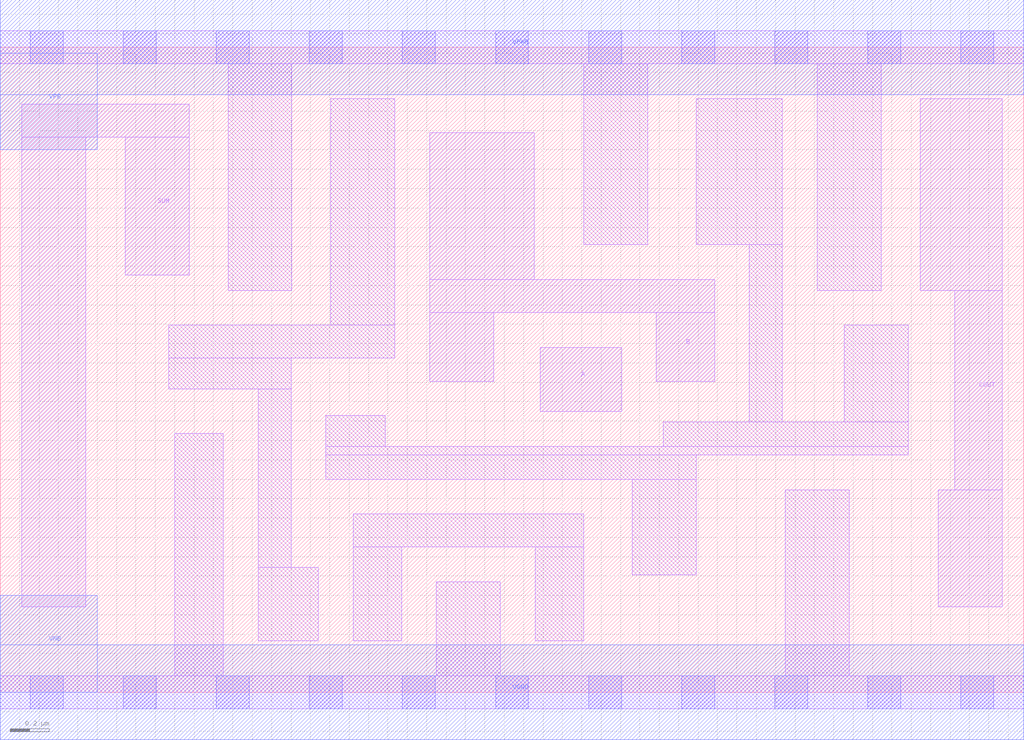
<source format=lef>
# Copyright 2020 The SkyWater PDK Authors
#
# Licensed under the Apache License, Version 2.0 (the "License");
# you may not use this file except in compliance with the License.
# You may obtain a copy of the License at
#
#     https://www.apache.org/licenses/LICENSE-2.0
#
# Unless required by applicable law or agreed to in writing, software
# distributed under the License is distributed on an "AS IS" BASIS,
# WITHOUT WARRANTIES OR CONDITIONS OF ANY KIND, either express or implied.
# See the License for the specific language governing permissions and
# limitations under the License.
#
# SPDX-License-Identifier: Apache-2.0

VERSION 5.5 ;
NAMESCASESENSITIVE ON ;
BUSBITCHARS "[]" ;
DIVIDERCHAR "/" ;
MACRO sky130_fd_sc_lp__ha_lp
  CLASS CORE ;
  SOURCE USER ;
  ORIGIN  0.000000  0.000000 ;
  SIZE  5.280000 BY  3.330000 ;
  SYMMETRY X Y R90 ;
  SITE unit ;
  PIN A
    ANTENNAGATEAREA  0.626000 ;
    DIRECTION INPUT ;
    USE SIGNAL ;
    PORT
      LAYER li1 ;
        RECT 2.785000 1.450000 3.205000 1.780000 ;
    END
  END A
  PIN B
    ANTENNAGATEAREA  0.626000 ;
    DIRECTION INPUT ;
    USE SIGNAL ;
    PORT
      LAYER li1 ;
        RECT 2.215000 1.605000 2.545000 1.960000 ;
        RECT 2.215000 1.960000 3.685000 2.130000 ;
        RECT 2.215000 2.130000 2.755000 2.890000 ;
        RECT 3.385000 1.605000 3.685000 1.960000 ;
    END
  END B
  PIN COUT
    ANTENNADIFFAREA  0.402600 ;
    DIRECTION OUTPUT ;
    USE SIGNAL ;
    PORT
      LAYER li1 ;
        RECT 4.745000 2.075000 5.170000 3.065000 ;
        RECT 4.840000 0.440000 5.170000 1.045000 ;
        RECT 4.925000 1.045000 5.170000 2.075000 ;
    END
  END COUT
  PIN SUM
    ANTENNADIFFAREA  0.402600 ;
    DIRECTION OUTPUT ;
    USE SIGNAL ;
    PORT
      LAYER li1 ;
        RECT 0.110000 0.440000 0.440000 2.865000 ;
        RECT 0.110000 2.865000 0.975000 3.035000 ;
        RECT 0.645000 2.155000 0.975000 2.865000 ;
    END
  END SUM
  PIN VGND
    DIRECTION INOUT ;
    USE GROUND ;
    PORT
      LAYER met1 ;
        RECT 0.000000 -0.245000 5.280000 0.245000 ;
    END
  END VGND
  PIN VNB
    DIRECTION INOUT ;
    USE GROUND ;
    PORT
      LAYER met1 ;
        RECT 0.000000 0.000000 0.500000 0.500000 ;
    END
  END VNB
  PIN VPB
    DIRECTION INOUT ;
    USE POWER ;
    PORT
      LAYER met1 ;
        RECT 0.000000 2.800000 0.500000 3.300000 ;
    END
  END VPB
  PIN VPWR
    DIRECTION INOUT ;
    USE POWER ;
    PORT
      LAYER met1 ;
        RECT 0.000000 3.085000 5.280000 3.575000 ;
    END
  END VPWR
  OBS
    LAYER li1 ;
      RECT 0.000000 -0.085000 5.280000 0.085000 ;
      RECT 0.000000  3.245000 5.280000 3.415000 ;
      RECT 0.870000  1.565000 1.500000 1.725000 ;
      RECT 0.870000  1.725000 2.035000 1.895000 ;
      RECT 0.900000  0.085000 1.150000 1.335000 ;
      RECT 1.175000  2.075000 1.505000 3.245000 ;
      RECT 1.330000  0.265000 1.640000 0.645000 ;
      RECT 1.330000  0.645000 1.500000 1.565000 ;
      RECT 1.680000  1.100000 3.590000 1.225000 ;
      RECT 1.680000  1.225000 4.685000 1.270000 ;
      RECT 1.680000  1.270000 1.985000 1.430000 ;
      RECT 1.705000  1.895000 2.035000 3.065000 ;
      RECT 1.820000  0.265000 2.070000 0.750000 ;
      RECT 1.820000  0.750000 3.010000 0.920000 ;
      RECT 2.250000  0.085000 2.580000 0.570000 ;
      RECT 2.760000  0.265000 3.010000 0.750000 ;
      RECT 3.010000  2.310000 3.340000 3.245000 ;
      RECT 3.260000  0.605000 3.590000 1.100000 ;
      RECT 3.420000  1.270000 4.685000 1.395000 ;
      RECT 3.590000  2.310000 4.035000 3.065000 ;
      RECT 3.865000  1.395000 4.035000 2.310000 ;
      RECT 4.050000  0.085000 4.380000 1.045000 ;
      RECT 4.215000  2.075000 4.545000 3.245000 ;
      RECT 4.355000  1.395000 4.685000 1.895000 ;
    LAYER mcon ;
      RECT 0.155000 -0.085000 0.325000 0.085000 ;
      RECT 0.155000  3.245000 0.325000 3.415000 ;
      RECT 0.635000 -0.085000 0.805000 0.085000 ;
      RECT 0.635000  3.245000 0.805000 3.415000 ;
      RECT 1.115000 -0.085000 1.285000 0.085000 ;
      RECT 1.115000  3.245000 1.285000 3.415000 ;
      RECT 1.595000 -0.085000 1.765000 0.085000 ;
      RECT 1.595000  3.245000 1.765000 3.415000 ;
      RECT 2.075000 -0.085000 2.245000 0.085000 ;
      RECT 2.075000  3.245000 2.245000 3.415000 ;
      RECT 2.555000 -0.085000 2.725000 0.085000 ;
      RECT 2.555000  3.245000 2.725000 3.415000 ;
      RECT 3.035000 -0.085000 3.205000 0.085000 ;
      RECT 3.035000  3.245000 3.205000 3.415000 ;
      RECT 3.515000 -0.085000 3.685000 0.085000 ;
      RECT 3.515000  3.245000 3.685000 3.415000 ;
      RECT 3.995000 -0.085000 4.165000 0.085000 ;
      RECT 3.995000  3.245000 4.165000 3.415000 ;
      RECT 4.475000 -0.085000 4.645000 0.085000 ;
      RECT 4.475000  3.245000 4.645000 3.415000 ;
      RECT 4.955000 -0.085000 5.125000 0.085000 ;
      RECT 4.955000  3.245000 5.125000 3.415000 ;
  END
END sky130_fd_sc_lp__ha_lp
END LIBRARY

</source>
